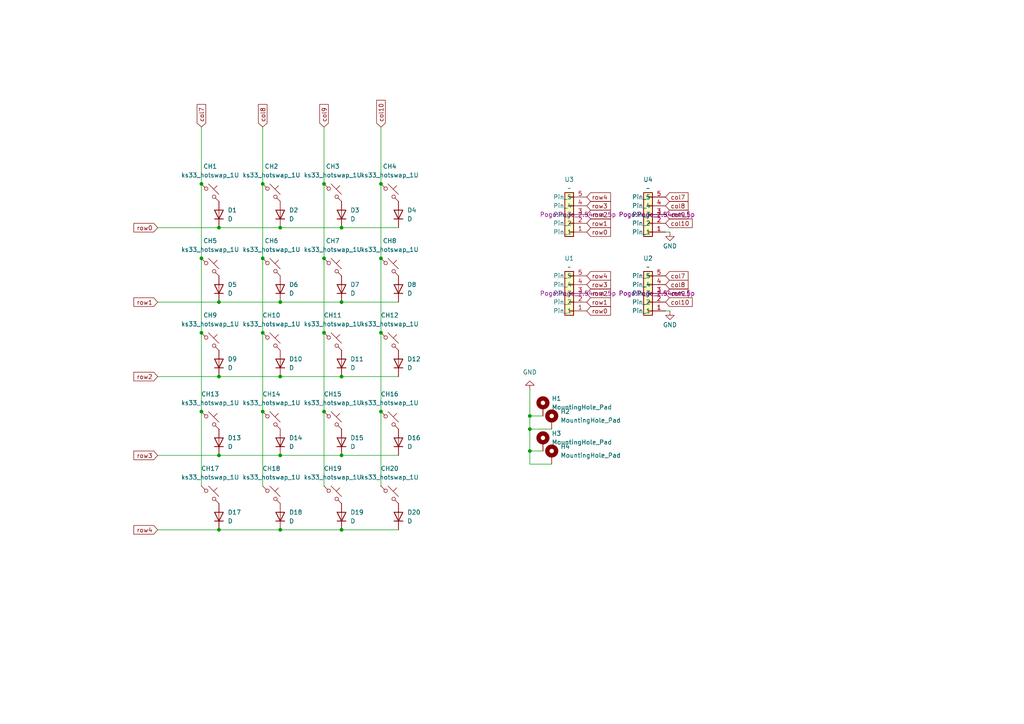
<source format=kicad_sch>
(kicad_sch (version 20231120) (generator "eeschema") (generator_version "8.0")
  (paper "A4")
  (lib_symbols
    (symbol "Device:D" (pin_numbers hide) (pin_names (offset 1.016) hide)
      (property "Reference" "D" (at 0 2.54 0))
      (property "Value" "D" (at 0 -2.54 0))
      (symbol "D_0_1"
        (polyline (pts (xy -1.27 1.27) (xy -1.27 -1.27)) (stroke (width 0.254)))
        (polyline (pts (xy 1.27 0) (xy -1.27 0)))
        (polyline (pts (xy 1.27 1.27) (xy 1.27 -1.27) (xy -1.27 0) (xy 1.27 1.27)) (stroke (width 0.254)))
      )
      (symbol "D_1_1"
        (pin passive line (at -3.81 0 0) (length 2.54) (name "K") (number "1"))
        (pin passive line (at 3.81 0 180) (length 2.54) (name "A") (number "2"))
      )
    )
    (symbol "GND_1" (power) (pin_numbers hide) (pin_names (offset 0) hide)
      (property "Value" "GND" (at 0 -3.81 0))
      (symbol "GND_1_0_1"
        (polyline (pts (xy 0 0) (xy 0 -1.27) (xy 1.27 -1.27) (xy 0 -2.54) (xy -1.27 -1.27) (xy 0 -1.27)))
      )
      (symbol "GND_1_1_1"
        (pin power_in line (at 0 0 270) (length 0) (name "~") (number "1"))
      )
    )
    (symbol "Mechanical:MountingHole_Pad" (pin_numbers hide) (pin_names (offset 1.016) hide) (exclude_from_sim yes) (in_bom no)
      (property "Reference" "H" (at 0 6.35 0))
      (property "Value" "MountingHole_Pad" (at 0 4.445 0))
      (symbol "MountingHole_Pad_0_1"
        (circle (center 0 1.27) (radius 1.27) (stroke (width 1.27)))
      )
      (symbol "MountingHole_Pad_1_1"
        (pin input line (at 0 -2.54 90) (length 2.54) (name "1") (number "1"))
      )
    )
    (symbol "PCM_marbastlib-choc:choc_v1_SW_HS_CPG135001S30" (pin_numbers hide) (pin_names (offset 1.016) hide)
      (property "Reference" "CH" (at 3.048 1.016 0))
      (property "Value" "choc_v1_SW_HS" (at 0 -3.81 0))
      (symbol "choc_v1_SW_HS_CPG135001S30_0_1"
        (circle (center -1.1684 1.1684) (radius 0.508))
        (polyline (pts (xy -0.508 2.54) (xy 2.54 -0.508)))
        (polyline (pts (xy 1.016 1.016) (xy 2.032 2.032)))
        (polyline (pts (xy -2.54 2.54) (xy -1.524 1.524) (xy -1.524 1.524)))
        (polyline (pts (xy 1.524 -1.524) (xy 2.54 -2.54) (xy 2.54 -2.54) (xy 2.54 -2.54)))
        (circle (center 1.143 -1.1938) (radius 0.508))
        (pin passive line (at -2.54 2.54 0) (length 0) (name "1") (number "1"))
        (pin passive line (at 2.54 -2.54 180) (length 0) (name "2") (number "2"))
      )
    )
    (symbol "Pogo:Pogo_2.54mm_5p"
      (property "Reference" "U" (at 7.874 0 0))
      (symbol "Pogo_2.54mm_5p_1_1"
        (rectangle (start 1.27 -4.953) (end 2.54 -5.207) (stroke (width 0.1524)))
        (rectangle (start 1.27 -2.413) (end 2.54 -2.667) (stroke (width 0.1524)))
        (rectangle (start 1.27 0.127) (end 2.54 -0.127) (stroke (width 0.1524)))
        (rectangle (start 1.27 2.667) (end 2.54 2.413) (stroke (width 0.1524)))
        (rectangle (start 1.27 5.207) (end 2.54 4.953) (stroke (width 0.1524)))
        (rectangle (start 1.27 6.35) (end 3.81 -6.35) (stroke (width 0.254)) (fill (type background)))
        (pin passive line (at -2.54 5.08 0) (length 3.81) (name "Pin_1") (number "1"))
        (pin passive line (at -2.54 2.54 0) (length 3.81) (name "Pin_2") (number "2"))
        (pin passive line (at -2.54 0 0) (length 3.81) (name "Pin_3") (number "3"))
        (pin passive line (at -2.54 -2.54 0) (length 3.81) (name "Pin_4") (number "4"))
        (pin passive line (at -2.54 -5.08 0) (length 3.81) (name "Pin_5") (number "5"))
      )
    )
    (symbol "power:GND" (power) (pin_names (offset 0))
      (property "Value" "GND" (at 0 -3.81 0))
      (symbol "GND_0_1"
        (polyline (pts (xy 0 0) (xy 0 -1.27) (xy 1.27 -1.27) (xy 0 -2.54) (xy -1.27 -1.27) (xy 0 -1.27)))
      )
      (symbol "GND_1_1"
        (pin power_in line (at 0 0 270) (length 0) hide (name "GND") (number "1"))
      )
    )
  )
  (junction (at 110.49 74.93))
  (junction (at 110.49 53.34))
  (junction (at 63.5 87.63))
  (junction (at 58.42 53.34))
  (junction (at 58.42 96.52))
  (junction (at 153.67 124.46))
  (junction (at 76.2 119.38))
  (junction (at 63.5 109.22))
  (junction (at 99.06 66.04))
  (junction (at 76.2 53.34))
  (junction (at 99.06 87.63))
  (junction (at 110.49 119.38))
  (junction (at 81.28 109.22))
  (junction (at 63.5 132.08))
  (junction (at 153.67 120.65))
  (junction (at 93.98 74.93))
  (junction (at 81.28 153.67))
  (junction (at 99.06 132.08))
  (junction (at 81.28 132.08))
  (junction (at 93.98 53.34))
  (junction (at 153.67 130.81))
  (junction (at 81.28 66.04))
  (junction (at 99.06 153.67))
  (junction (at 58.42 119.38))
  (junction (at 93.98 119.38))
  (junction (at 76.2 96.52))
  (junction (at 58.42 74.93))
  (junction (at 93.98 96.52))
  (junction (at 81.28 87.63))
  (junction (at 110.49 96.52))
  (junction (at 99.06 109.22))
  (junction (at 63.5 153.67))
  (junction (at 63.5 66.04))
  (junction (at 76.2 74.93))
  (wire (pts (xy 193.04 90.17) (xy 194.31 90.17)))
  (wire (pts (xy 63.5 153.67) (xy 81.28 153.67)))
  (wire (pts (xy 45.72 153.67) (xy 63.5 153.67)))
  (wire (pts (xy 45.72 66.04) (xy 63.5 66.04)))
  (wire (pts (xy 193.04 67.31) (xy 194.31 67.31)))
  (wire (pts (xy 58.42 119.38) (xy 58.42 140.97)))
  (wire (pts (xy 153.67 130.81) (xy 153.67 124.46)))
  (wire (pts (xy 110.49 74.93) (xy 110.49 96.52)))
  (wire (pts (xy 153.67 124.46) (xy 153.67 120.65)))
  (wire (pts (xy 110.49 96.52) (xy 110.49 119.38)))
  (wire (pts (xy 63.5 132.08) (xy 81.28 132.08)))
  (wire (pts (xy 153.67 113.03) (xy 153.67 120.65)))
  (wire (pts (xy 81.28 109.22) (xy 99.06 109.22)))
  (wire (pts (xy 76.2 74.93) (xy 76.2 96.52)))
  (wire (pts (xy 81.28 87.63) (xy 99.06 87.63)))
  (wire (pts (xy 76.2 119.38) (xy 76.2 140.97)))
  (wire (pts (xy 153.67 134.62) (xy 153.67 130.81)))
  (wire (pts (xy 99.06 132.08) (xy 115.57 132.08)))
  (wire (pts (xy 153.67 130.81) (xy 157.48 130.81)))
  (wire (pts (xy 63.5 87.63) (xy 81.28 87.63)))
  (wire (pts (xy 45.72 87.63) (xy 63.5 87.63)))
  (wire (pts (xy 76.2 53.34) (xy 76.2 74.93)))
  (wire (pts (xy 81.28 132.08) (xy 99.06 132.08)))
  (wire (pts (xy 58.42 96.52) (xy 58.42 119.38)))
  (wire (pts (xy 45.72 109.22) (xy 63.5 109.22)))
  (wire (pts (xy 153.67 134.62) (xy 160.02 134.62)))
  (wire (pts (xy 99.06 153.67) (xy 115.57 153.67)))
  (wire (pts (xy 76.2 96.52) (xy 76.2 119.38)))
  (wire (pts (xy 99.06 87.63) (xy 115.57 87.63)))
  (wire (pts (xy 45.72 132.08) (xy 63.5 132.08)))
  (wire (pts (xy 110.49 119.38) (xy 110.49 140.97)))
  (wire (pts (xy 99.06 109.22) (xy 115.57 109.22)))
  (wire (pts (xy 99.06 66.04) (xy 115.57 66.04)))
  (wire (pts (xy 58.42 74.93) (xy 58.42 96.52)))
  (wire (pts (xy 58.42 36.83) (xy 58.42 53.34)))
  (wire (pts (xy 93.98 119.38) (xy 93.98 140.97)))
  (wire (pts (xy 93.98 74.93) (xy 93.98 96.52)))
  (wire (pts (xy 76.2 36.83) (xy 76.2 53.34)))
  (wire (pts (xy 81.28 153.67) (xy 99.06 153.67)))
  (wire (pts (xy 63.5 109.22) (xy 81.28 109.22)))
  (wire (pts (xy 58.42 53.34) (xy 58.42 74.93)))
  (wire (pts (xy 81.28 66.04) (xy 99.06 66.04)))
  (wire (pts (xy 110.49 53.34) (xy 110.49 74.93)))
  (wire (pts (xy 153.67 120.65) (xy 157.48 120.65)))
  (wire (pts (xy 153.67 124.46) (xy 160.02 124.46)))
  (wire (pts (xy 93.98 53.34) (xy 93.98 74.93)))
  (wire (pts (xy 63.5 66.04) (xy 81.28 66.04)))
  (wire (pts (xy 93.98 36.83) (xy 93.98 53.34)))
  (wire (pts (xy 110.49 36.83) (xy 110.49 53.34)))
  (wire (pts (xy 93.98 96.52) (xy 93.98 119.38)))
  (global_label "col10" (shape input) (at 110.49 36.83 90) (property "Intersheetrefs" "${INTERSHEET_REFS}" (effects (hide yes))))
  (global_label "row0" (shape input) (at 170.18 90.17 0) (property "Intersheetrefs" "${INTERSHEET_REFS}" (effects (hide yes))))
  (global_label "col10" (shape input) (at 193.04 87.63 0) (property "Intersheetrefs" "${INTERSHEET_REFS}" (effects (hide yes))))
  (global_label "col8" (shape input) (at 193.04 82.55 0) (property "Intersheetrefs" "${INTERSHEET_REFS}" (effects (hide yes))))
  (global_label "row1" (shape input) (at 170.18 64.77 0) (property "Intersheetrefs" "${INTERSHEET_REFS}" (effects (hide yes))))
  (global_label "col10" (shape input) (at 193.04 64.77 0) (property "Intersheetrefs" "${INTERSHEET_REFS}" (effects (hide yes))))
  (global_label "row3" (shape input) (at 170.18 59.69 0) (property "Intersheetrefs" "${INTERSHEET_REFS}" (effects (hide yes))))
  (global_label "row4" (shape input) (at 170.18 57.15 0) (property "Intersheetrefs" "${INTERSHEET_REFS}" (effects (hide yes))))
  (global_label "col9" (shape input) (at 193.04 62.23 0) (property "Intersheetrefs" "${INTERSHEET_REFS}" (effects (hide yes))))
  (global_label "col8" (shape input) (at 193.04 59.69 0) (property "Intersheetrefs" "${INTERSHEET_REFS}" (effects (hide yes))))
  (global_label "col9" (shape input) (at 193.04 85.09 0) (property "Intersheetrefs" "${INTERSHEET_REFS}" (effects (hide yes))))
  (global_label "row2" (shape input) (at 45.72 109.22 180) (property "Intersheetrefs" "${INTERSHEET_REFS}" (effects (hide yes))))
  (global_label "row2" (shape input) (at 170.18 62.23 0) (property "Intersheetrefs" "${INTERSHEET_REFS}" (effects (hide yes))))
  (global_label "row1" (shape input) (at 170.18 87.63 0) (property "Intersheetrefs" "${INTERSHEET_REFS}" (effects (hide yes))))
  (global_label "col9" (shape input) (at 93.98 36.83 90) (property "Intersheetrefs" "${INTERSHEET_REFS}" (effects (hide yes))))
  (global_label "row0" (shape input) (at 170.18 67.31 0) (property "Intersheetrefs" "${INTERSHEET_REFS}" (effects (hide yes))))
  (global_label "col7" (shape input) (at 193.04 57.15 0) (property "Intersheetrefs" "${INTERSHEET_REFS}" (effects (hide yes))))
  (global_label "row4" (shape input) (at 45.72 153.67 180) (property "Intersheetrefs" "${INTERSHEET_REFS}" (effects (hide yes))))
  (global_label "row3" (shape input) (at 170.18 82.55 0) (property "Intersheetrefs" "${INTERSHEET_REFS}" (effects (hide yes))))
  (global_label "row4" (shape input) (at 170.18 80.01 0) (property "Intersheetrefs" "${INTERSHEET_REFS}" (effects (hide yes))))
  (global_label "col7" (shape input) (at 193.04 80.01 0) (property "Intersheetrefs" "${INTERSHEET_REFS}" (effects (hide yes))))
  (global_label "row1" (shape input) (at 45.72 87.63 180) (property "Intersheetrefs" "${INTERSHEET_REFS}" (effects (hide yes))))
  (global_label "row3" (shape input) (at 45.72 132.08 180) (property "Intersheetrefs" "${INTERSHEET_REFS}" (effects (hide yes))))
  (global_label "row2" (shape input) (at 170.18 85.09 0) (property "Intersheetrefs" "${INTERSHEET_REFS}" (effects (hide yes))))
  (global_label "col8" (shape input) (at 76.2 36.83 90) (property "Intersheetrefs" "${INTERSHEET_REFS}" (effects (hide yes))))
  (global_label "col7" (shape input) (at 58.42 36.83 90) (property "Intersheetrefs" "${INTERSHEET_REFS}" (effects (hide yes))))
  (global_label "row0" (shape input) (at 45.72 66.04 180) (property "Intersheetrefs" "${INTERSHEET_REFS}" (effects (hide yes))))
  (symbol (lib_id "power:GND") (at 194.31 67.31 0) (unit 1)
    (property "Reference" "#PWR03" (effects (hide yes)))
    (property "Value" "GND" (at 194.31 71.374 0))
  )
  (symbol (lib_id "Pogo:Pogo_2.54mm_5p") (at 167.64 85.09 180) (unit 1)
    (property "Reference" "U1" (at 165.1 74.93 0))
    (property "Value" "~" (at 165.1 77.47 0))
    (property "Footprint" "Pogo:Pogo_2.54mm_5p" (at 167.64 85.09 0))
  )
  (symbol (lib_id "PCM_marbastlib-choc:choc_v1_SW_HS_CPG135001S30") (at 96.52 143.51 0) (unit 1)
    (property "Reference" "CH19" (at 96.52 135.89 0))
    (property "Value" "ks33_hotswap_1U" (at 96.52 138.43 0))
    (property "Footprint" "ModHob:KS33_Choc-v2_HS_1U" (effects (hide yes)))
    (property "Description" "Push button switch, normally open, two pins, 45° tilted" (effects (hide yes)))
  )
  (symbol (lib_id "PCM_marbastlib-choc:choc_v1_SW_HS_CPG135001S30") (at 78.74 143.51 0) (unit 1)
    (property "Reference" "CH18" (at 78.74 135.89 0))
    (property "Value" "ks33_hotswap_1U" (at 78.74 138.43 0))
    (property "Footprint" "ModHob:KS33_Choc-v2_HS_1U" (effects (hide yes)))
    (property "Description" "Push button switch, normally open, two pins, 45° tilted" (effects (hide yes)))
  )
  (symbol (lib_id "Device:D") (at 63.5 83.82 90) (unit 1)
    (property "Reference" "D5" (at 66.04 82.5499 90) (effects (justify right)))
    (property "Value" "D" (at 66.04 85.0899 90) (effects (justify right)))
    (property "Footprint" "Diode_SMD:D_SOD-123" (effects (hide yes)))
    (property "Description" "Diode" (effects (hide yes)))
    (property "Sim.Device" "D" (effects (hide yes)))
    (property "Sim.Pins" "1=K 2=A" (effects (hide yes)))
  )
  (symbol (lib_id "Pogo:Pogo_2.54mm_5p") (at 190.5 85.09 180) (unit 1)
    (property "Reference" "U2" (at 187.96 74.93 0))
    (property "Value" "~" (at 187.96 77.47 0))
    (property "Footprint" "Pogo:Pogo_2.54mm_5p" (at 190.5 85.09 0))
  )
  (symbol (lib_id "PCM_marbastlib-choc:choc_v1_SW_HS_CPG135001S30") (at 78.74 99.06 0) (unit 1)
    (property "Reference" "CH10" (at 78.74 91.44 0))
    (property "Value" "ks33_hotswap_1U" (at 78.74 93.98 0))
    (property "Footprint" "ModHob:KS33_Choc-v2_HS_1U" (effects (hide yes)))
    (property "Description" "Push button switch, normally open, two pins, 45° tilted" (effects (hide yes)))
  )
  (symbol (lib_id "Pogo:Pogo_2.54mm_5p") (at 167.64 62.23 180) (unit 1)
    (property "Reference" "U3" (at 165.1 52.07 0))
    (property "Value" "~" (at 165.1 54.61 0))
    (property "Footprint" "Pogo:Pogo_2.54mm_5p" (at 167.64 62.23 0))
  )
  (symbol (lib_id "Device:D") (at 99.06 62.23 90) (unit 1)
    (property "Reference" "D3" (at 101.6 60.9599 90) (effects (justify right)))
    (property "Value" "D" (at 101.6 63.4999 90) (effects (justify right)))
    (property "Footprint" "Diode_SMD:D_SOD-123" (effects (hide yes)))
    (property "Description" "Diode" (effects (hide yes)))
    (property "Sim.Device" "D" (effects (hide yes)))
    (property "Sim.Pins" "1=K 2=A" (effects (hide yes)))
  )
  (symbol (lib_id "Pogo:Pogo_2.54mm_5p") (at 190.5 62.23 180) (unit 1)
    (property "Reference" "U4" (at 187.96 52.07 0))
    (property "Value" "~" (at 187.96 54.61 0))
    (property "Footprint" "Pogo:Pogo_2.54mm_5p" (at 190.5 62.23 0))
  )
  (symbol (lib_id "PCM_marbastlib-choc:choc_v1_SW_HS_CPG135001S30") (at 113.03 143.51 0) (unit 1)
    (property "Reference" "CH20" (at 113.03 135.89 0))
    (property "Value" "ks33_hotswap_1U" (at 113.03 138.43 0))
    (property "Footprint" "ModHob:KS33_Choc-v2_HS_1U" (effects (hide yes)))
    (property "Description" "Push button switch, normally open, two pins, 45° tilted" (effects (hide yes)))
  )
  (symbol (lib_id "Device:D") (at 81.28 149.86 90) (unit 1)
    (property "Reference" "D18" (at 83.82 148.5899 90) (effects (justify right)))
    (property "Value" "D" (at 83.82 151.1299 90) (effects (justify right)))
    (property "Footprint" "Diode_SMD:D_SOD-123" (effects (hide yes)))
    (property "Description" "Diode" (effects (hide yes)))
    (property "Sim.Device" "D" (effects (hide yes)))
    (property "Sim.Pins" "1=K 2=A" (effects (hide yes)))
  )
  (symbol (lib_id "Device:D") (at 81.28 128.27 90) (unit 1)
    (property "Reference" "D14" (at 83.82 126.9999 90) (effects (justify right)))
    (property "Value" "D" (at 83.82 129.5399 90) (effects (justify right)))
    (property "Footprint" "Diode_SMD:D_SOD-123" (effects (hide yes)))
    (property "Description" "Diode" (effects (hide yes)))
    (property "Sim.Device" "D" (effects (hide yes)))
    (property "Sim.Pins" "1=K 2=A" (effects (hide yes)))
  )
  (symbol (lib_id "Mechanical:MountingHole_Pad") (at 160.02 132.08 0) (unit 1) (exclude_from_sim yes) (in_bom no)
    (property "Reference" "H4" (at 162.56 129.5399 0) (effects (justify left)))
    (property "Value" "MountingHole_Pad" (at 162.56 132.0799 0) (effects (justify left)))
    (property "Footprint" "MountingHole:MountingHole_3.2mm_M3_DIN965_Pad" (effects (hide yes)))
    (property "Description" "Mounting Hole with connection" (effects (hide yes)))
  )
  (symbol (lib_id "Device:D") (at 63.5 62.23 90) (unit 1)
    (property "Reference" "D1" (at 66.04 60.9599 90) (effects (justify right)))
    (property "Value" "D" (at 66.04 63.4999 90) (effects (justify right)))
    (property "Footprint" "Diode_SMD:D_SOD-123" (effects (hide yes)))
    (property "Description" "Diode" (effects (hide yes)))
    (property "Sim.Device" "D" (effects (hide yes)))
    (property "Sim.Pins" "1=K 2=A" (effects (hide yes)))
  )
  (symbol (lib_id "Device:D") (at 63.5 149.86 90) (unit 1)
    (property "Reference" "D17" (at 66.04 148.5899 90) (effects (justify right)))
    (property "Value" "D" (at 66.04 151.1299 90) (effects (justify right)))
    (property "Footprint" "Diode_SMD:D_SOD-123" (effects (hide yes)))
    (property "Description" "Diode" (effects (hide yes)))
    (property "Sim.Device" "D" (effects (hide yes)))
    (property "Sim.Pins" "1=K 2=A" (effects (hide yes)))
  )
  (symbol (lib_id "Mechanical:MountingHole_Pad") (at 160.02 121.92 0) (unit 1) (exclude_from_sim yes) (in_bom no)
    (property "Reference" "H2" (at 162.56 119.3799 0) (effects (justify left)))
    (property "Value" "MountingHole_Pad" (at 162.56 121.9199 0) (effects (justify left)))
    (property "Footprint" "MountingHole:MountingHole_3.2mm_M3_DIN965_Pad" (effects (hide yes)))
    (property "Description" "Mounting Hole with connection" (effects (hide yes)))
  )
  (symbol (lib_id "Mechanical:MountingHole_Pad") (at 157.48 118.11 0) (unit 1) (exclude_from_sim yes) (in_bom no)
    (property "Reference" "H1" (at 160.02 115.5699 0) (effects (justify left)))
    (property "Value" "MountingHole_Pad" (at 160.02 118.1099 0) (effects (justify left)))
    (property "Footprint" "MountingHole:MountingHole_3.2mm_M3_DIN965_Pad" (effects (hide yes)))
    (property "Description" "Mounting Hole with connection" (effects (hide yes)))
  )
  (symbol (lib_id "PCM_marbastlib-choc:choc_v1_SW_HS_CPG135001S30") (at 60.96 99.06 0) (unit 1)
    (property "Reference" "CH9" (at 60.96 91.44 0))
    (property "Value" "ks33_hotswap_1U" (at 60.96 93.98 0))
    (property "Footprint" "ModHob:KS33_Choc-v2_HS_1U" (effects (hide yes)))
    (property "Description" "Push button switch, normally open, two pins, 45° tilted" (effects (hide yes)))
  )
  (symbol (lib_id "Device:D") (at 115.57 105.41 90) (unit 1)
    (property "Reference" "D12" (at 118.11 104.1399 90) (effects (justify right)))
    (property "Value" "D" (at 118.11 106.6799 90) (effects (justify right)))
    (property "Footprint" "Diode_SMD:D_SOD-123" (effects (hide yes)))
    (property "Description" "Diode" (effects (hide yes)))
    (property "Sim.Device" "D" (effects (hide yes)))
    (property "Sim.Pins" "1=K 2=A" (effects (hide yes)))
  )
  (symbol (lib_id "Device:D") (at 115.57 128.27 90) (unit 1)
    (property "Reference" "D16" (at 118.11 126.9999 90) (effects (justify right)))
    (property "Value" "D" (at 118.11 129.5399 90) (effects (justify right)))
    (property "Footprint" "Diode_SMD:D_SOD-123" (effects (hide yes)))
    (property "Description" "Diode" (effects (hide yes)))
    (property "Sim.Device" "D" (effects (hide yes)))
    (property "Sim.Pins" "1=K 2=A" (effects (hide yes)))
  )
  (symbol (lib_id "Device:D") (at 99.06 83.82 90) (unit 1)
    (property "Reference" "D7" (at 101.6 82.5499 90) (effects (justify right)))
    (property "Value" "D" (at 101.6 85.0899 90) (effects (justify right)))
    (property "Footprint" "Diode_SMD:D_SOD-123" (effects (hide yes)))
    (property "Description" "Diode" (effects (hide yes)))
    (property "Sim.Device" "D" (effects (hide yes)))
    (property "Sim.Pins" "1=K 2=A" (effects (hide yes)))
  )
  (symbol (lib_id "Device:D") (at 115.57 62.23 90) (unit 1)
    (property "Reference" "D4" (at 118.11 60.9599 90) (effects (justify right)))
    (property "Value" "D" (at 118.11 63.4999 90) (effects (justify right)))
    (property "Footprint" "Diode_SMD:D_SOD-123" (effects (hide yes)))
    (property "Description" "Diode" (effects (hide yes)))
    (property "Sim.Device" "D" (effects (hide yes)))
    (property "Sim.Pins" "1=K 2=A" (effects (hide yes)))
  )
  (symbol (lib_id "PCM_marbastlib-choc:choc_v1_SW_HS_CPG135001S30") (at 60.96 121.92 0) (unit 1)
    (property "Reference" "CH13" (at 60.96 114.3 0))
    (property "Value" "ks33_hotswap_1U" (at 60.96 116.84 0))
    (property "Footprint" "ModHob:KS33_Choc-v2_HS_1U" (effects (hide yes)))
    (property "Description" "Push button switch, normally open, two pins, 45° tilted" (effects (hide yes)))
  )
  (symbol (lib_id "PCM_marbastlib-choc:choc_v1_SW_HS_CPG135001S30") (at 113.03 99.06 0) (unit 1)
    (property "Reference" "CH12" (at 113.03 91.44 0))
    (property "Value" "ks33_hotswap_1U" (at 113.03 93.98 0))
    (property "Footprint" "ModHob:KS33_Choc-v2_HS_1U" (effects (hide yes)))
    (property "Description" "Push button switch, normally open, two pins, 45° tilted" (effects (hide yes)))
  )
  (symbol (lib_id "Device:D") (at 63.5 105.41 90) (unit 1)
    (property "Reference" "D9" (at 66.04 104.1399 90) (effects (justify right)))
    (property "Value" "D" (at 66.04 106.6799 90) (effects (justify right)))
    (property "Footprint" "Diode_SMD:D_SOD-123" (effects (hide yes)))
    (property "Description" "Diode" (effects (hide yes)))
    (property "Sim.Device" "D" (effects (hide yes)))
    (property "Sim.Pins" "1=K 2=A" (effects (hide yes)))
  )
  (symbol (lib_id "Device:D") (at 115.57 83.82 90) (unit 1)
    (property "Reference" "D8" (at 118.11 82.5499 90) (effects (justify right)))
    (property "Value" "D" (at 118.11 85.0899 90) (effects (justify right)))
    (property "Footprint" "Diode_SMD:D_SOD-123" (effects (hide yes)))
    (property "Description" "Diode" (effects (hide yes)))
    (property "Sim.Device" "D" (effects (hide yes)))
    (property "Sim.Pins" "1=K 2=A" (effects (hide yes)))
  )
  (symbol (lib_id "PCM_marbastlib-choc:choc_v1_SW_HS_CPG135001S30") (at 96.52 55.88 0) (unit 1)
    (property "Reference" "CH3" (at 96.52 48.26 0))
    (property "Value" "ks33_hotswap_1U" (at 96.52 50.8 0))
    (property "Footprint" "ModHob:KS33_Choc-v2_HS_1U" (effects (hide yes)))
    (property "Description" "Push button switch, normally open, two pins, 45° tilted" (effects (hide yes)))
  )
  (symbol (lib_id "PCM_marbastlib-choc:choc_v1_SW_HS_CPG135001S30") (at 60.96 55.88 0) (unit 1)
    (property "Reference" "CH1" (at 60.96 48.26 0))
    (property "Value" "ks33_hotswap_1U" (at 60.96 50.8 0))
    (property "Footprint" "ModHob:KS33_Choc-v2_HS_1U" (effects (hide yes)))
    (property "Description" "Push button switch, normally open, two pins, 45° tilted" (effects (hide yes)))
  )
  (symbol (lib_id "PCM_marbastlib-choc:choc_v1_SW_HS_CPG135001S30") (at 113.03 55.88 0) (unit 1)
    (property "Reference" "CH4" (at 113.03 48.26 0))
    (property "Value" "ks33_hotswap_1U" (at 113.03 50.8 0))
    (property "Footprint" "ModHob:KS33_Choc-v2_HS_1U" (effects (hide yes)))
    (property "Description" "Push button switch, normally open, two pins, 45° tilted" (effects (hide yes)))
  )
  (symbol (lib_id "Mechanical:MountingHole_Pad") (at 157.48 128.27 0) (unit 1) (exclude_from_sim yes) (in_bom no)
    (property "Reference" "H3" (at 160.02 125.7299 0) (effects (justify left)))
    (property "Value" "MountingHole_Pad" (at 160.02 128.2699 0) (effects (justify left)))
    (property "Footprint" "MountingHole:MountingHole_3.2mm_M3_DIN965_Pad" (effects (hide yes)))
    (property "Description" "Mounting Hole with connection" (effects (hide yes)))
  )
  (symbol (lib_id "PCM_marbastlib-choc:choc_v1_SW_HS_CPG135001S30") (at 78.74 77.47 0) (unit 1)
    (property "Reference" "CH6" (at 78.74 69.85 0))
    (property "Value" "ks33_hotswap_1U" (at 78.74 72.39 0))
    (property "Footprint" "ModHob:KS33_Choc-v2_HS_1U" (effects (hide yes)))
    (property "Description" "Push button switch, normally open, two pins, 45° tilted" (effects (hide yes)))
  )
  (symbol (lib_id "Device:D") (at 81.28 62.23 90) (unit 1)
    (property "Reference" "D2" (at 83.82 60.9599 90) (effects (justify right)))
    (property "Value" "D" (at 83.82 63.4999 90) (effects (justify right)))
    (property "Footprint" "Diode_SMD:D_SOD-123" (effects (hide yes)))
    (property "Description" "Diode" (effects (hide yes)))
    (property "Sim.Device" "D" (effects (hide yes)))
    (property "Sim.Pins" "1=K 2=A" (effects (hide yes)))
  )
  (symbol (lib_id "PCM_marbastlib-choc:choc_v1_SW_HS_CPG135001S30") (at 113.03 77.47 0) (unit 1)
    (property "Reference" "CH8" (at 113.03 69.85 0))
    (property "Value" "ks33_hotswap_1U" (at 113.03 72.39 0))
    (property "Footprint" "ModHob:KS33_Choc-v2_HS_1U" (effects (hide yes)))
    (property "Description" "Push button switch, normally open, two pins, 45° tilted" (effects (hide yes)))
  )
  (symbol (lib_id "Device:D") (at 81.28 83.82 90) (unit 1)
    (property "Reference" "D6" (at 83.82 82.5499 90) (effects (justify right)))
    (property "Value" "D" (at 83.82 85.0899 90) (effects (justify right)))
    (property "Footprint" "Diode_SMD:D_SOD-123" (effects (hide yes)))
    (property "Description" "Diode" (effects (hide yes)))
    (property "Sim.Device" "D" (effects (hide yes)))
    (property "Sim.Pins" "1=K 2=A" (effects (hide yes)))
  )
  (symbol (lib_id "PCM_marbastlib-choc:choc_v1_SW_HS_CPG135001S30") (at 96.52 77.47 0) (unit 1)
    (property "Reference" "CH7" (at 96.52 69.85 0))
    (property "Value" "ks33_hotswap_1U" (at 96.52 72.39 0))
    (property "Footprint" "ModHob:KS33_Choc-v2_HS_1U" (effects (hide yes)))
    (property "Description" "Push button switch, normally open, two pins, 45° tilted" (effects (hide yes)))
  )
  (symbol (lib_name "GND_1") (lib_id "power:GND") (at 153.67 113.03 180) (unit 1)
    (property "Reference" "#PWR02" (effects (hide yes)))
    (property "Value" "GND" (at 153.67 107.95 0))
    (property "Description" "Power symbol creates a global label with name \"GND\" , ground" (effects (hide yes)))
  )
  (symbol (lib_id "Device:D") (at 99.06 149.86 90) (unit 1)
    (property "Reference" "D19" (at 101.6 148.5899 90) (effects (justify right)))
    (property "Value" "D" (at 101.6 151.1299 90) (effects (justify right)))
    (property "Footprint" "Diode_SMD:D_SOD-123" (effects (hide yes)))
    (property "Description" "Diode" (effects (hide yes)))
    (property "Sim.Device" "D" (effects (hide yes)))
    (property "Sim.Pins" "1=K 2=A" (effects (hide yes)))
  )
  (symbol (lib_id "PCM_marbastlib-choc:choc_v1_SW_HS_CPG135001S30") (at 96.52 99.06 0) (unit 1)
    (property "Reference" "CH11" (at 96.52 91.44 0))
    (property "Value" "ks33_hotswap_1U" (at 96.52 93.98 0))
    (property "Footprint" "ModHob:KS33_Choc-v2_HS_1U" (effects (hide yes)))
    (property "Description" "Push button switch, normally open, two pins, 45° tilted" (effects (hide yes)))
  )
  (symbol (lib_id "Device:D") (at 115.57 149.86 90) (unit 1)
    (property "Reference" "D20" (at 118.11 148.5899 90) (effects (justify right)))
    (property "Value" "D" (at 118.11 151.1299 90) (effects (justify right)))
    (property "Footprint" "Diode_SMD:D_SOD-123" (effects (hide yes)))
    (property "Description" "Diode" (effects (hide yes)))
    (property "Sim.Device" "D" (effects (hide yes)))
    (property "Sim.Pins" "1=K 2=A" (effects (hide yes)))
  )
  (symbol (lib_id "Device:D") (at 81.28 105.41 90) (unit 1)
    (property "Reference" "D10" (at 83.82 104.1399 90) (effects (justify right)))
    (property "Value" "D" (at 83.82 106.6799 90) (effects (justify right)))
    (property "Footprint" "Diode_SMD:D_SOD-123" (effects (hide yes)))
    (property "Description" "Diode" (effects (hide yes)))
    (property "Sim.Device" "D" (effects (hide yes)))
    (property "Sim.Pins" "1=K 2=A" (effects (hide yes)))
  )
  (symbol (lib_id "PCM_marbastlib-choc:choc_v1_SW_HS_CPG135001S30") (at 113.03 121.92 0) (unit 1)
    (property "Reference" "CH16" (at 113.03 114.3 0))
    (property "Value" "ks33_hotswap_1U" (at 113.03 116.84 0))
    (property "Footprint" "ModHob:KS33_Choc-v2_HS_1U" (effects (hide yes)))
    (property "Description" "Push button switch, normally open, two pins, 45° tilted" (effects (hide yes)))
  )
  (symbol (lib_id "power:GND") (at 194.31 90.17 0) (unit 1)
    (property "Reference" "#PWR01" (effects (hide yes)))
    (property "Value" "GND" (at 194.31 94.234 0))
  )
  (symbol (lib_id "Device:D") (at 63.5 128.27 90) (unit 1)
    (property "Reference" "D13" (at 66.04 126.9999 90) (effects (justify right)))
    (property "Value" "D" (at 66.04 129.5399 90) (effects (justify right)))
    (property "Footprint" "Diode_SMD:D_SOD-123" (effects (hide yes)))
    (property "Description" "Diode" (effects (hide yes)))
    (property "Sim.Device" "D" (effects (hide yes)))
    (property "Sim.Pins" "1=K 2=A" (effects (hide yes)))
  )
  (symbol (lib_id "PCM_marbastlib-choc:choc_v1_SW_HS_CPG135001S30") (at 60.96 143.51 0) (unit 1)
    (property "Reference" "CH17" (at 60.96 135.89 0))
    (property "Value" "ks33_hotswap_1U" (at 60.96 138.43 0))
    (property "Footprint" "ModHob:KS33_Choc-v2_HS_1U" (effects (hide yes)))
    (property "Description" "Push button switch, normally open, two pins, 45° tilted" (effects (hide yes)))
  )
  (symbol (lib_id "PCM_marbastlib-choc:choc_v1_SW_HS_CPG135001S30") (at 78.74 55.88 0) (unit 1)
    (property "Reference" "CH2" (at 78.74 48.26 0))
    (property "Value" "ks33_hotswap_1U" (at 78.74 50.8 0))
    (property "Footprint" "ModHob:KS33_Choc-v2_HS_1U" (effects (hide yes)))
    (property "Description" "Push button switch, normally open, two pins, 45° tilted" (effects (hide yes)))
  )
  (symbol (lib_id "Device:D") (at 99.06 105.41 90) (unit 1)
    (property "Reference" "D11" (at 101.6 104.1399 90) (effects (justify right)))
    (property "Value" "D" (at 101.6 106.6799 90) (effects (justify right)))
    (property "Footprint" "Diode_SMD:D_SOD-123" (effects (hide yes)))
    (property "Description" "Diode" (effects (hide yes)))
    (property "Sim.Device" "D" (effects (hide yes)))
    (property "Sim.Pins" "1=K 2=A" (effects (hide yes)))
  )
  (symbol (lib_id "Device:D") (at 99.06 128.27 90) (unit 1)
    (property "Reference" "D15" (at 101.6 126.9999 90) (effects (justify right)))
    (property "Value" "D" (at 101.6 129.5399 90) (effects (justify right)))
    (property "Footprint" "Diode_SMD:D_SOD-123" (effects (hide yes)))
    (property "Description" "Diode" (effects (hide yes)))
    (property "Sim.Device" "D" (effects (hide yes)))
    (property "Sim.Pins" "1=K 2=A" (effects (hide yes)))
  )
  (symbol (lib_id "PCM_marbastlib-choc:choc_v1_SW_HS_CPG135001S30") (at 78.74 121.92 0) (unit 1)
    (property "Reference" "CH14" (at 78.74 114.3 0))
    (property "Value" "ks33_hotswap_1U" (at 78.74 116.84 0))
    (property "Footprint" "ModHob:KS33_Choc-v2_HS_1U" (effects (hide yes)))
    (property "Description" "Push button switch, normally open, two pins, 45° tilted" (effects (hide yes)))
  )
  (symbol (lib_id "PCM_marbastlib-choc:choc_v1_SW_HS_CPG135001S30") (at 96.52 121.92 0) (unit 1)
    (property "Reference" "CH15" (at 96.52 114.3 0))
    (property "Value" "ks33_hotswap_1U" (at 96.52 116.84 0))
    (property "Footprint" "ModHob:KS33_Choc-v2_HS_1U" (effects (hide yes)))
    (property "Description" "Push button switch, normally open, two pins, 45° tilted" (effects (hide yes)))
  )
  (symbol (lib_id "PCM_marbastlib-choc:choc_v1_SW_HS_CPG135001S30") (at 60.96 77.47 0) (unit 1)
    (property "Reference" "CH5" (at 60.96 69.85 0))
    (property "Value" "ks33_hotswap_1U" (at 60.96 72.39 0))
    (property "Footprint" "ModHob:KS33_Choc-v2_HS_1U" (effects (hide yes)))
    (property "Description" "Push button switch, normally open, two pins, 45° tilted" (effects (hide yes)))
  )
)
</source>
